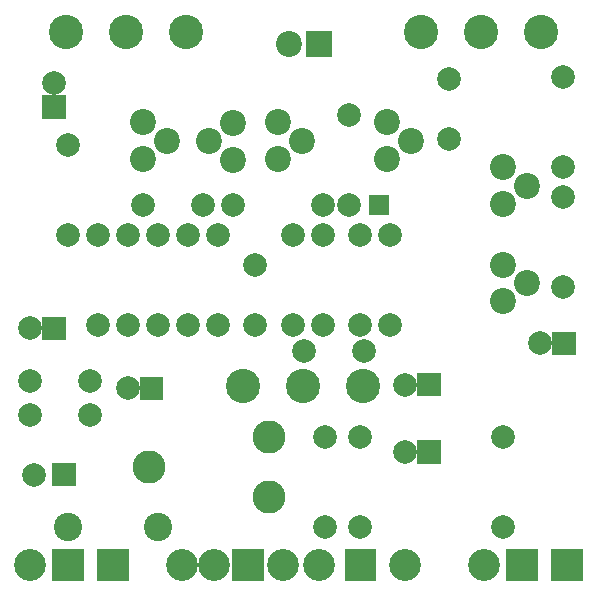
<source format=gts>
%FSLAX34Y34*%
%MOMM*%
%LNSOLDERMASK_TOP*%
G71*
G01*
%ADD10C, 2.700*%
%ADD11C, 2.000*%
%ADD12C, 2.900*%
%ADD13C, 2.200*%
%ADD14C, 2.400*%
%ADD15C, 2.800*%
%ADD16R, 1.700X1.800*%
%LPD*%
X19050Y19050D02*
G54D10*
D03*
G36*
X37300Y32550D02*
X64300Y32550D01*
X64300Y5550D01*
X37300Y5550D01*
X37300Y32550D01*
G37*
X174625Y19050D02*
G54D10*
D03*
G36*
X189700Y32550D02*
X216700Y32550D01*
X216700Y5550D01*
X189700Y5550D01*
X189700Y32550D01*
G37*
X22225Y95250D02*
G54D11*
D03*
G36*
X37625Y105250D02*
X57625Y105250D01*
X57625Y85250D01*
X37625Y85250D01*
X37625Y105250D01*
G37*
G36*
X284950Y32550D02*
X311950Y32550D01*
X311950Y5550D01*
X284950Y5550D01*
X284950Y32550D01*
G37*
X19050Y146050D02*
G54D11*
D03*
X69850Y146050D02*
G54D11*
D03*
G36*
X459575Y32550D02*
X486575Y32550D01*
X486575Y5550D01*
X459575Y5550D01*
X459575Y32550D01*
G37*
X19050Y219075D02*
G54D11*
D03*
G36*
X29050Y229074D02*
X49050Y229074D01*
X49050Y209074D01*
X29050Y209074D01*
X29050Y229074D01*
G37*
G36*
X75400Y32550D02*
X102400Y32550D01*
X102400Y5550D01*
X75400Y5550D01*
X75400Y32550D01*
G37*
X451000Y470000D02*
G54D12*
D03*
X400200Y470000D02*
G54D12*
D03*
X349400Y470000D02*
G54D12*
D03*
X150962Y470000D02*
G54D12*
D03*
X100162Y470000D02*
G54D12*
D03*
X49362Y470000D02*
G54D12*
D03*
X301000Y169962D02*
G54D12*
D03*
X250200Y169963D02*
G54D12*
D03*
X199400Y169962D02*
G54D12*
D03*
X190500Y361950D02*
G54D13*
D03*
X190500Y392906D02*
G54D13*
D03*
X169862Y377825D02*
G54D13*
D03*
X127000Y50800D02*
G54D14*
D03*
X50800Y50800D02*
G54D14*
D03*
X147002Y19050D02*
G54D10*
D03*
X190500Y323850D02*
G54D11*
D03*
X266700Y323850D02*
G54D11*
D03*
X19050Y174625D02*
G54D11*
D03*
X69850Y174625D02*
G54D11*
D03*
X228600Y393700D02*
G54D13*
D03*
X228600Y362744D02*
G54D13*
D03*
X249237Y377825D02*
G54D13*
D03*
X76200Y298450D02*
G54D11*
D03*
X76200Y222250D02*
G54D11*
D03*
X101600Y298450D02*
G54D11*
D03*
X101600Y222250D02*
G54D11*
D03*
X152400Y298450D02*
G54D11*
D03*
X152400Y222250D02*
G54D11*
D03*
X177800Y298450D02*
G54D11*
D03*
X177800Y222250D02*
G54D11*
D03*
X241300Y298450D02*
G54D11*
D03*
X241300Y222250D02*
G54D11*
D03*
X114300Y393700D02*
G54D13*
D03*
X114300Y362744D02*
G54D13*
D03*
X134938Y377825D02*
G54D13*
D03*
X114300Y323850D02*
G54D11*
D03*
X165100Y323850D02*
G54D11*
D03*
X127000Y298450D02*
G54D11*
D03*
X127000Y222250D02*
G54D11*
D03*
X50800Y374650D02*
G54D11*
D03*
X50800Y298450D02*
G54D11*
D03*
X39050Y426400D02*
G54D11*
D03*
G36*
X49050Y416400D02*
X49050Y396400D01*
X29050Y396400D01*
X29050Y416400D01*
X49050Y416400D01*
G37*
X220819Y76446D02*
G54D15*
D03*
X220819Y127246D02*
G54D15*
D03*
X119219Y101846D02*
G54D15*
D03*
X266700Y298450D02*
G54D11*
D03*
X266700Y222250D02*
G54D11*
D03*
X101600Y168275D02*
G54D11*
D03*
G36*
X111600Y178274D02*
X131600Y178274D01*
X131600Y158274D01*
X111600Y158274D01*
X111600Y178274D01*
G37*
X209550Y273050D02*
G54D11*
D03*
X209550Y222250D02*
G54D11*
D03*
X320675Y393700D02*
G54D13*
D03*
X320675Y362744D02*
G54D13*
D03*
X341312Y377825D02*
G54D13*
D03*
X288856Y399970D02*
G54D11*
D03*
X288856Y323770D02*
G54D11*
D03*
X336550Y171450D02*
G54D11*
D03*
G36*
X346550Y181450D02*
X366550Y181450D01*
X366550Y161450D01*
X346550Y161450D01*
X346550Y181450D01*
G37*
X250825Y200025D02*
G54D11*
D03*
X301625Y200025D02*
G54D11*
D03*
X298450Y298450D02*
G54D11*
D03*
X298450Y222250D02*
G54D11*
D03*
X323850Y298450D02*
G54D11*
D03*
X323850Y222250D02*
G54D11*
D03*
X373504Y430396D02*
G54D11*
D03*
X373504Y379596D02*
G54D11*
D03*
X336550Y114300D02*
G54D11*
D03*
G36*
X346550Y124300D02*
X366550Y124300D01*
X366550Y104300D01*
X346550Y104300D01*
X346550Y124300D01*
G37*
X268288Y127000D02*
G54D11*
D03*
X268288Y50800D02*
G54D11*
D03*
X298450Y127000D02*
G54D11*
D03*
X298450Y50800D02*
G54D11*
D03*
X233045Y19050D02*
G54D10*
D03*
X263525Y19050D02*
G54D10*
D03*
X237778Y460000D02*
G54D13*
D03*
G36*
X274178Y449000D02*
X252178Y449000D01*
X252178Y471000D01*
X274178Y471000D01*
X274178Y449000D01*
G37*
X419100Y355600D02*
G54D13*
D03*
X419100Y324644D02*
G54D13*
D03*
X439738Y339725D02*
G54D13*
D03*
X469900Y330200D02*
G54D11*
D03*
X469900Y254000D02*
G54D11*
D03*
X419100Y273050D02*
G54D13*
D03*
X419100Y242094D02*
G54D13*
D03*
X439738Y257175D02*
G54D13*
D03*
X469900Y431800D02*
G54D11*
D03*
X469900Y355600D02*
G54D11*
D03*
X450850Y206375D02*
G54D11*
D03*
G36*
X460850Y216375D02*
X480850Y216375D01*
X480850Y196375D01*
X460850Y196375D01*
X460850Y216375D01*
G37*
X419100Y127000D02*
G54D11*
D03*
X419100Y50800D02*
G54D11*
D03*
G36*
X421475Y32550D02*
X448475Y32550D01*
X448475Y5550D01*
X421475Y5550D01*
X421475Y32550D01*
G37*
X403225Y19050D02*
G54D10*
D03*
X336550Y19050D02*
G54D10*
D03*
X314325Y323850D02*
G54D16*
D03*
M02*

</source>
